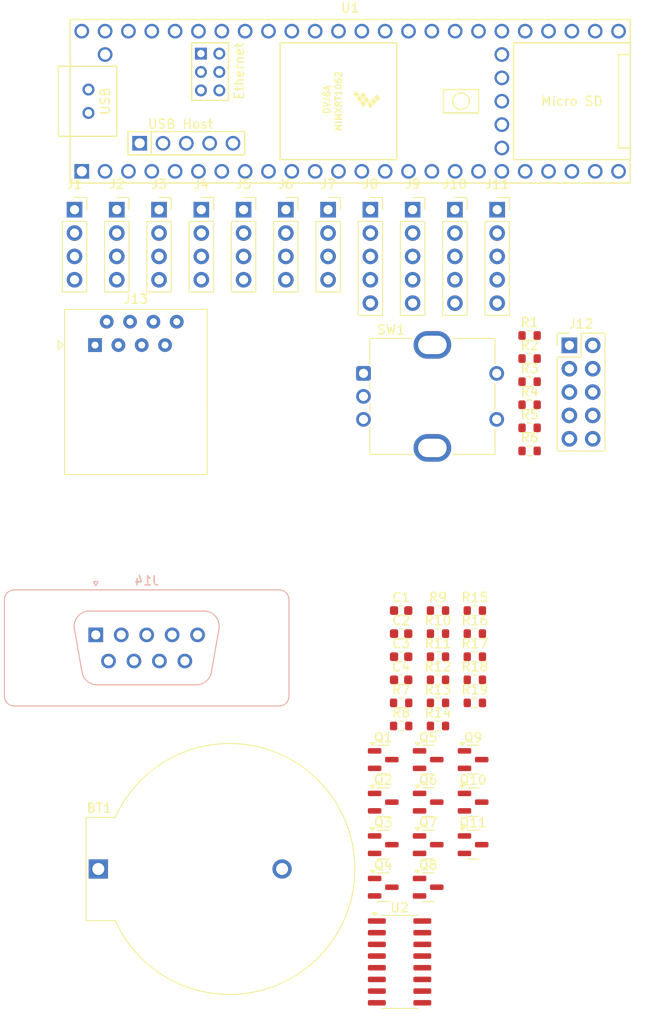
<source format=kicad_pcb>
(kicad_pcb (version 20240108) (generator "pcbnew") (generator_version "8.0")
  (layers (0 "F.Cu" signal) (31 "B.Cu" signal) (34 "B.Paste" user) (35 "F.Paste" user) (36 "B.SilkS" user "B.Silkscreen") (37 "F.SilkS" user "F.Silkscreen") (38 "B.Mask" user) (39 "F.Mask" user) (44 "Edge.Cuts" user))
  (net 0 "")
  (net 1 "/TX1")
  (net 2 "/RX1")
  (net 3 "GND")
  (net 4 "+5V")
  (net 5 "/RX2")
  (net 6 "/TX2")
  (net 7 "/RX3")
  (net 8 "/TX3")
  (net 9 "/RX4")
  (net 10 "/TX4")
  (net 11 "/SCL1")
  (net 12 "/SDA1")
  (net 13 "/SCL2")
  (net 14 "/SDA2")
  (net 15 "/SCL3")
  (net 16 "/SDA3")
  (net 17 "+12V")
  (net 18 "/SERVO1")
  (net 19 "Net-(BT1--)")
  (net 20 "/SERVO2")
  (net 21 "Net-(BT1-+)")
  (net 22 "/SERVO3")
  (net 23 "Net-(U2-C1+)")
  (net 24 "/SERVO4")
  (net 25 "Net-(U2-C1-)")
  (net 26 "Net-(U2-C2+)")
  (net 27 "Net-(U2-C2-)")
  (net 28 "Net-(U2-VS-)")
  (net 29 "Net-(U2-VS+)")
  (net 30 "Net-(J8-Pin_1)")
  (net 31 "Net-(J8-Pin_5)")
  (net 32 "Net-(J9-Pin_1)")
  (net 33 "Net-(J9-Pin_5)")
  (net 34 "Net-(J10-Pin_1)")
  (net 35 "Net-(J10-Pin_5)")
  (net 38 "+3V3")
  (net 42 "Net-(J11-Pin_1)")
  (net 43 "Net-(J11-Pin_5)")
  (net 44 "Net-(J12-Pin_1)")
  (net 113 "/FAN1")
  (net 114 "/FAN2")
  (net 115 "/FAN3")
  (net 116 "/FAN4")
  (net 117 "/HEATER")
  (net 118 "/SW1")
  (net 119 "/B")
  (net 120 "/A")
  (net 124 "/RX5")
  (net 127 "/TX5")
  (footprint "Resistor_SMD:R_0603_1608Metric" (layer "F.Cu") (at 74.205 149.855)
    (property "Reference" "R9" (at 0 -1.43 0) (layer "F.SilkS"))
    (property "Value" "5.1k")
    (pad "1" smd roundrect (at -0.825 0) (size 0.8 0.95) (layers "F.Cu" "F.Paste" "F.Mask") (net 38 "+3V3"))
    (pad "2" smd roundrect (at 0.825 0) (size 0.8 0.95) (layers "F.Cu" "F.Paste" "F.Mask") (net 20 "/SERVO2"))
  )
  (footprint "Resistor_SMD:R_0603_1608Metric" (layer "F.Cu") (at 84.175 129.99)
    (property "Reference" "R5" (at 0 -1.43 0) (layer "F.SilkS"))
    (property "Value" "5.1k")
    (pad "1" smd roundrect (at -0.825 0) (size 0.8 0.95) (layers "F.Cu" "F.Paste" "F.Mask"))
    (pad "2" smd roundrect (at 0.825 0) (size 0.8 0.95) (layers "F.Cu" "F.Paste" "F.Mask") (net 16 "/SDA3"))
  )
  (footprint "teensy:Teensy41" (layer "F.Cu") (at 64.645 94.48)
    (property "Reference" "U1" (at 0 -10.16 0) (layer "F.SilkS"))
    (property "Value" "Teensy4.1")
    (fp_text user "DVJ6A" (at -2.54 -0.18 -90) (layer "F.SilkS") (effects (font (size 0.7 0.7))))
    (fp_text user "USB" (at -26.67 0 -90) (layer "F.SilkS"))
    (fp_text user "Micro SD" (at 24.13 0 0) (layer "F.SilkS"))
    (fp_text user "Ethernet" (at -12.065 -3.2766 90) (layer "F.SilkS"))
    (fp_text user "MIMXRT1062" (at -1.27 0 -90) (layer "F.SilkS") (effects (font (size 0.7 0.7))))
    (fp_text user "USB Host" (at -18.4658 2.4892 0) (layer "F.SilkS"))
    (pad "1" thru_hole rect (at -29.21 7.62) (size 1.6 1.6) (drill 1.1) (layers "*.Cu" "*.Mask") (net 3 "GND"))
    (pad "2" thru_hole circle (at -26.67 7.62) (size 1.6 1.6) (drill 1.1) (layers "*.Cu" "*.Mask"))
    (pad "3" thru_hole circle (at -24.13 7.62) (size 1.6 1.6) (drill 1.1) (layers "*.Cu" "*.Mask"))
    (pad "4" thru_hole circle (at -21.59 7.62) (size 1.6 1.6) (drill 1.1) (layers "*.Cu" "*.Mask"))
    (pad "5" thru_hole circle (at -19.05 7.62) (size 1.6 1.6) (drill 1.1) (layers "*.Cu" "*.Mask"))
    (pad "6" thru_hole circle (at -16.51 7.62) (size 1.6 1.6) (drill 1.1) (layers "*.Cu" "*.Mask"))
    (pad "7" thru_hole circle (at -13.97 7.62) (size 1.6 1.6) (drill 1.1) (layers "*.Cu" "*.Mask"))
    (pad "8" thru_hole circle (at -11.43 7.62) (size 1.6 1.6) (drill 1.1) (layers "*.Cu" "*.Mask"))
    (pad "9" thru_hole circle (at -8.89 7.62) (size 1.6 1.6) (drill 1.1) (layers "*.Cu" "*.Mask"))
    (pad "10" thru_hole circle (at -6.35 7.62) (size 1.6 1.6) (drill 1.1) (layers "*.Cu" "*.Mask"))
    (pad "11" thru_hole circle (at -3.81 7.62) (size 1.6 1.6) (drill 1.1) (layers "*.Cu" "*.Mask"))
    (pad "12" thru_hole circle (at -1.27 7.62) (size 1.6 1.6) (drill 1.1) (layers "*.Cu" "*.Mask"))
    (pad "13" thru_hole circle (at 1.27 7.62) (size 1.6 1.6) (drill 1.1) (layers "*.Cu" "*.Mask"))
    (pad "14" thru_hole circle (at 3.81 7.62) (size 1.6 1.6) (drill 1.1) (layers "*.Cu" "*.Mask"))
    (pad "15" thru_hole circle (at 6.35 7.62) (size 1.6 1.6) (drill 1.1) (layers "*.Cu" "*.Mask") (net 38 "+3V3"))
    (pad "16" thru_hole circle (at 8.89 7.62) (size 1.6 1.6) (drill 1.1) (layers "*.Cu" "*.Mask"))
    (pad "17" thru_hole circle (at 11.43 7.62) (size 1.6 1.6) (drill 1.1) (layers "*.Cu" "*.Mask"))
    (pad "18" thru_hole circle (at 13.97 7.62) (size 1.6 1.6) (drill 1.1) (layers "*.Cu" "*.Mask"))
    (pad "19" thru_hole circle (at 16.51 7.62) (size 1.6 1.6) (drill 1.1) (layers "*.Cu" "*.Mask"))
    (pad "20" thru_hole circle (at 19.05 7.62) (size 1.6 1.6) (drill 1.1) (layers "*.Cu" "*.Mask"))
    (pad "21" thru_hole circle (at 21.59 7.62) (size 1.6 1.6) (drill 1.1) (layers "*.Cu" "*.Mask"))
    (pad "22" thru_hole circle (at 24.13 7.62) (size 1.6 1.6) (drill 1.1) (layers "*.Cu" "*.Mask"))
    (pad "23" thru_hole circle (at 26.67 7.62) (size 1.6 1.6) (drill 1.1) (layers "*.Cu" "*.Mask"))
    (pad "24" thru_hole circle (at 29.21 7.62) (size 1.6 1.6) (drill 1.1) (layers "*.Cu" "*.Mask"))
    (pad "25" thru_hole circle (at 29.21 -7.62) (size 1.6 1.6) (drill 1.1) (layers "*.Cu" "*.Mask"))
    (pad "26" thru_hole circle (at 26.67 -7.62) (size 1.6 1.6) (drill 1.1) (layers "*.Cu" "*.Mask"))
    (pad "27" thru_hole circle (at 24.13 -7.62) (size 1.6 1.6) (drill 1.1) (layers "*.Cu" "*.Mask"))
    (pad "28" thru_hole circle (at 21.59 -7.62) (size 1.6 1.6) (drill 1.1) (layers "*.Cu" "*.Mask"))
    (pad "29" thru_hole circle (at 19.05 -7.62) (size 1.6 1.6) (drill 1.1) (layers "*.Cu" "*.Mask"))
    (pad "30" thru_hole circle (at 16.51 -7.62) (size 1.6 1.6) (drill 1.1) (layers "*.Cu" "*.Mask"))
    (pad "31" thru_hole circle (at 13.97 -7.62) (size 1.6 1.6) (drill 1.1) (layers "*.Cu" "*.Mask"))
    (pad "32" thru_hole circle (at 11.43 -7.62) (size 1.6 1.6) (drill 1.1) (layers "*.Cu" "*.Mask"))
    (pad "33" thru_hole circle (at 8.89 -7.62) (size 1.6 1.6) (drill 1.1) (layers "*.Cu" "*.Mask"))
    (pad "34" thru_hole circle (at 6.35 -7.62) (size 1.6 1.6) (drill 1.1) (layers "*.Cu" "*.Mask") (net 3 "GND"))
    (pad "35" thru_hole circle (at 3.81 -7.62) (size 1.6 1.6) (drill 1.1) (layers "*.Cu" "*.Mask"))
    (pad "36" thru_hole circle (at 1.27 -7.62) (size 1.6 1.6) (drill 1.1) (layers "*.Cu" "*.Mask"))
    (pad "37" thru_hole circle (at -1.27 -7.62) (size 1.6 1.6) (drill 1.1) (layers "*.Cu" "*.Mask"))
    (pad "38" thru_hole circle (at -3.81 -7.62) (size 1.6 1.6) (drill 1.1) (layers "*.Cu" "*.Mask"))
    (pad "39" thru_hole circle (at -6.35 -7.62) (size 1.6 1.6) (drill 1.1) (layers "*.Cu" "*.Mask"))
    (pad "40" thru_hole circle (at -8.89 -7.62) (size 1.6 1.6) (drill 1.1) (layers "*.Cu" "*.Mask"))
    (pad "41" thru_hole circle (at -11.43 -7.62) (size 1.6 1.6) (drill 1.1) (layers "*.Cu" "*.Mask"))
    (pad "42" thru_hole circle (at -13.97 -7.62) (size 1.6 1.6) (drill 1.1) (layers "*.Cu" "*.Mask"))
    (pad "43" thru_hole circle (at -16.51 -7.62) (size 1.6 1.6) (drill 1.1) (layers "*.Cu" "*.Mask"))
    (pad "44" thru_hole circle (at -19.05 -7.62) (size 1.6 1.6) (drill 1.1) (layers "*.Cu" "*.Mask"))
    (pad "45" thru_hole circle (at -21.59 -7.62) (size 1.6 1.6) (drill 1.1) (layers "*.Cu" "*.Mask"))
    (pad "46" thru_hole circle (at -24.13 -7.62) (size 1.6 1.6) (drill 1.1) (layers "*.Cu" "*.Mask") (net 38 "+3V3"))
    (pad "47" thru_hole circle (at -26.67 -7.62) (size 1.6 1.6) (drill 1.1) (layers "*.Cu" "*.Mask") (net 3 "GND"))
    (pad "48" thru_hole circle (at -29.21 -7.62) (size 1.6 1.6) (drill 1.1) (layers "*.Cu" "*.Mask") (net 4 "+5V"))
    (pad "49" thru_hole circle (at -26.67 -5.08) (size 1.6 1.6) (drill 1.1) (layers "*.Cu" "*.Mask"))
    (pad "50" thru_hole circle (at 16.51 5.08) (size 1.6 1.6) (drill 1.1) (layers "*.Cu" "*.Mask") (net 21 "Net-(BT1-+)"))
    (pad "51" thru_hole circle (at 16.51 2.54) (size 1.6 1.6) (drill 1.1) (layers "*.Cu" "*.Mask"))
    (pad "52" thru_hole circle (at 16.51 0) (size 1.6 1.6) (drill 1.1) (layers "*.Cu" "*.Mask") (net 19 "Net-(BT1--)"))
    (pad "53" thru_hole circle (at 16.51 -2.54) (size 1.6 1.6) (drill 1.1) (layers "*.Cu" "*.Mask"))
    (pad "54" thru_hole circle (at 16.51 -5.08) (size 1.6 1.6) (drill 1.1) (layers "*.Cu" "*.Mask"))
    (pad "55" thru_hole rect (at -22.9108 4.5692) (size 1.6 1.6) (drill 1.1) (layers "*.Cu" "*.Mask"))
    (pad "56" thru_hole circle (at -20.3708 4.5692) (size 1.6 1.6) (drill 1.1) (layers "*.Cu" "*.Mask"))
    (pad "57" thru_hole circle (at -17.8308 4.5692) (size 1.6 1.6) (drill 1.1) (layers "*.Cu" "*.Mask"))
    (pad "58" thru_hole circle (at -15.2908 4.5692) (size 1.6 1.6) (drill 1.1) (layers "*.Cu" "*.Mask"))
    (pad "59" thru_hole circle (at -12.7508 4.5692) (size 1.6 1.6) (drill 1.1) (layers "*.Cu" "*.Mask"))
    (pad "60" thru_hole rect (at -16.24 -5.1816) (size 1.3 1.3) (drill 0.8) (layers "*.Cu" "*.Mask"))
    (pad "61" thru_hole circle (at -16.24 -3.1816) (size 1.3 1.3) (drill 0.8) (layers "*.Cu" "*.Mask"))
    (pad "62" thru_hole circle (at -16.24 -1.1816) (size 1.3 1.3) (drill 0.8) (layers "*.Cu" "*.Mask"))
    (pad "63" thru_hole circle (at -14.24 -1.1816) (size 1.3 1.3) (drill 0.8) (layers "*.Cu" "*.Mask"))
    (pad "64" thru_hole circle (at -14.24 -3.1816) (size 1.3 1.3) (drill 0.8) (layers "*.Cu" "*.Mask"))
    (pad "65" thru_hole circle (at -14.24 -5.1816) (size 1.3 1.3) (drill 0.8) (layers "*.Cu" "*.Mask"))
    (pad "66" thru_hole circle (at -28.48 -1.27) (size 1.3 1.3) (drill 0.8) (layers "*.Cu" "*.Mask"))
    (pad "67" thru_hole circle (at -28.48 1.27) (size 1.3 1.3) (drill 0.8) (layers "*.Cu" "*.Mask"))
  )
  (footprint "Package_TO_SOT_SMD:SOT-23" (layer "F.Cu") (at 73.135 166.06)
    (property "Reference" "Q5" (at 0 -2.4 0) (layer "F.SilkS"))
    (property "Value" "Q_NMOS_GSD")
    (pad "1" smd roundrect (at -0.9375 -0.95) (size 1.475 0.6) (layers "F.Cu" "F.Paste" "F.Mask") (net 113 "/FAN1"))
    (pad "2" smd roundrect (at -0.9375 0.95) (size 1.475 0.6) (layers "F.Cu" "F.Paste" "F.Mask") (net 3 "GND"))
    (pad "3" smd roundrect (at 0.9375 0) (size 1.475 0.6) (layers "F.Cu" "F.Paste" "F.Mask") (net 31 "Net-(J8-Pin_5)"))
  )
  (footprint "Package_TO_SOT_SMD:SOT-23" (layer "F.Cu") (at 78.025 170.685)
    (property "Reference" "Q10" (at 0 -2.4 0) (layer "F.SilkS"))
    (property "Value" "Q_NMOS_GSD")
    (pad "1" smd roundrect (at -0.9375 -0.95) (size 1.475 0.6) (layers "F.Cu" "F.Paste" "F.Mask") (net 117 "/HEATER"))
    (pad "2" smd roundrect (at -0.9375 0.95) (size 1.475 0.6) (layers "F.Cu" "F.Paste" "F.Mask") (net 3 "GND"))
    (pad "3" smd roundrect (at 0.9375 0) (size 1.475 0.6) (layers "F.Cu" "F.Paste" "F.Mask") (net 44 "Net-(J12-Pin_1)"))
  )
  (footprint "Package_TO_SOT_SMD:SOT-23" (layer "F.Cu") (at 68.245 170.685)
    (property "Reference" "Q2" (at 0 -2.4 0) (layer "F.SilkS"))
    (property "Value" "Q_NMOS_GSD")
    (pad "1" smd roundrect (at -0.9375 -0.95) (size 1.475 0.6) (layers "F.Cu" "F.Paste" "F.Mask") (net 38 "+3V3"))
    (pad "2" smd roundrect (at -0.9375 0.95) (size 1.475 0.6) (layers "F.Cu" "F.Paste" "F.Mask") (net 20 "/SERVO2"))
    (pad "3" smd roundrect (at 0.9375 0) (size 1.475 0.6) (layers "F.Cu" "F.Paste" "F.Mask") (net 32 "Net-(J9-Pin_1)"))
  )
  (footprint "Resistor_SMD:R_0603_1608Metric" (layer "F.Cu") (at 84.175 124.97)
    (property "Reference" "R3" (at 0 -1.43 0) (layer "F.SilkS"))
    (property "Value" "5.1k")
    (pad "1" smd roundrect (at -0.825 0) (size 0.8 0.95) (layers "F.Cu" "F.Paste" "F.Mask") (net 38 "+3V3"))
    (pad "2" smd roundrect (at 0.825 0) (size 0.8 0.95) (layers "F.Cu" "F.Paste" "F.Mask") (net 14 "/SDA2"))
  )
  (footprint "Resistor_SMD:R_0603_1608Metric" (layer "F.Cu") (at 84.175 122.46)
    (property "Reference" "R2" (at 0 -1.43 0) (layer "F.SilkS"))
    (property "Value" "5.1k")
    (pad "1" smd roundrect (at -0.825 0) (size 0.8 0.95) (layers "F.Cu" "F.Paste" "F.Mask") (net 38 "+3V3"))
    (pad "2" smd roundrect (at 0.825 0) (size 0.8 0.95) (layers "F.Cu" "F.Paste" "F.Mask") (net 11 "/SCL1"))
  )
  (footprint "Resistor_SMD:R_0603_1608Metric" (layer "F.Cu") (at 70.195 159.895)
    (property "Reference" "R7" (at 0 -1.43 0) (layer "F.SilkS"))
    (property "Value" "5.1k")
    (pad "1" smd roundrect (at -0.825 0) (size 0.8 0.95) (layers "F.Cu" "F.Paste" "F.Mask") (net 4 "+5V"))
    (pad "2" smd roundrect (at 0.825 0) (size 0.8 0.95) (layers "F.Cu" "F.Paste" "F.Mask") (net 30 "Net-(J8-Pin_1)"))
  )
  (footprint "Resistor_SMD:R_0603_1608Metric" (layer "F.Cu") (at 74.205 157.385)
    (property "Reference" "R12" (at 0 -1.43 0) (layer "F.SilkS"))
    (property "Value" "5.1k")
    (pad "1" smd roundrect (at -0.825 0) (size 0.8 0.95) (layers "F.Cu" "F.Paste" "F.Mask") (net 4 "+5V"))
    (pad "2" smd roundrect (at 0.825 0) (size 0.8 0.95) (layers "F.Cu" "F.Paste" "F.Mask") (net 34 "Net-(J10-Pin_1)"))
  )
  (footprint "Package_TO_SOT_SMD:SOT-23" (layer "F.Cu") (at 68.245 175.31)
    (property "Reference" "Q3" (at 0 -2.4 0) (layer "F.SilkS"))
    (property "Value" "Q_NMOS_GSD")
    (pad "1" smd roundrect (at -0.9375 -0.95) (size 1.475 0.6) (layers "F.Cu" "F.Paste" "F.Mask") (net 38 "+3V3"))
    (pad "2" smd roundrect (at -0.9375 0.95) (size 1.475 0.6) (layers "F.Cu" "F.Paste" "F.Mask") (net 22 "/SERVO3"))
    (pad "3" smd roundrect (at 0.9375 0) (size 1.475 0.6) (layers "F.Cu" "F.Paste" "F.Mask") (net 34 "Net-(J10-Pin_1)"))
  )
  (footprint "Capacitor_SMD:C_0603_1608Metric" (layer "F.Cu") (at 70.195 152.365)
    (property "Reference" "C2" (at 0 -1.43 0) (layer "F.SilkS"))
    (property "Value" "C")
    (pad "1" smd roundrect (at -0.775 0) (size 0.9 0.95) (layers "F.Cu" "F.Paste" "F.Mask") (net 26 "Net-(U2-C2+)"))
    (pad "2" smd roundrect (at 0.775 0) (size 0.9 0.95) (layers "F.Cu" "F.Paste" "F.Mask") (net 27 "Net-(U2-C2-)"))
  )
  (footprint "Connector_RJ:RJ45_Amphenol_54602-x08_Horizontal" (layer "F.Cu") (at 36.88 120.99)
    (property "Reference" "J13" (at 4.445 -5 0) (layer "F.SilkS"))
    (property "Value" "RJ45")
    (pad "" np_thru_hole circle (at -1.27 6.35) (size 3.2 3.2) (drill 3.2) (layers "*.Cu" "*.Mask"))
    (pad "" np_thru_hole circle (at 10.16 6.35) (size 3.2 3.2) (drill 3.2) (layers "*.Cu" "*.Mask"))
    (pad "1" thru_hole rect (at 0 0) (size 1.5 1.5) (drill 0.76) (layers "*.Cu" "*.Mask") (net 3 "GND"))
    (pad "2" thru_hole circle (at 1.27 -2.54) (size 1.5 1.5) (drill 0.76) (layers "*.Cu" "*.Mask"))
    (pad "3" thru_hole circle (at 2.54 0) (size 1.5 1.5) (drill 0.76) (layers "*.Cu" "*.Mask") (net 15 "/SCL3"))
    (pad "4" thru_hole circle (at 3.81 -2.54) (size 1.5 1.5) (drill 0.76) (layers "*.Cu" "*.Mask"))
    (pad "5" thru_hole circle (at 5.08 0) (size 1.5 1.5) (drill 0.76) (layers "*.Cu" "*.Mask") (net 38 "+3V3"))
    (pad "6" thru_hole circle (at 6.35 -2.54) (size 1.5 1.5) (drill 0.76) (layers "*.Cu" "*.Mask"))
    (pad "7" thru_hole circle (at 7.62 0) (size 1.5 1.5) (drill 0.76) (layers "*.Cu" "*.Mask") (net 16 "/SDA3"))
    (pad "8" thru_hole circle (at 8.89 -2.54) (size 1.5 1.5) (drill 0.76) (layers "*.Cu" "*.Mask"))
  )
  (footprint "Package_TO_SOT_SMD:SOT-23" (layer "F.Cu") (at 78.025 175.31)
    (property "Reference" "Q11" (at 0 -2.4 0) (layer "F.SilkS"))
    (property "Value" "Q_NMOS_GSD")
    (pad "1" smd roundrect (at -0.9375 -0.95) (size 1.475 0.6) (layers "F.Cu" "F.Paste" "F.Mask") (net 117 "/HEATER"))
    (pad "2" smd roundrect (at -0.9375 0.95) (size 1.475 0.6) (layers "F.Cu" "F.Paste" "F.Mask") (net 3 "GND"))
    (pad "3" smd roundrect (at 0.9375 0) (size 1.475 0.6) (layers "F.Cu" "F.Paste" "F.Mask") (net 44 "Net-(J12-Pin_1)"))
  )
  (footprint "Resistor_SMD:R_0603_1608Metric" (layer "F.Cu") (at 78.215 152.365)
    (property "Reference" "R16" (at 0 -1.43 0) (layer "F.SilkS"))
    (property "Value" "5.1k")
    (pad "1" smd roundrect (at -0.825 0) (size 0.8 0.95) (layers "F.Cu" "F.Paste" "F.Mask") (net 3 "GND"))
    (pad "2" smd roundrect (at 0.825 0) (size 0.8 0.95) (layers "F.Cu" "F.Paste" "F.Mask") (net 114 "/FAN2"))
  )
  (footprint "Resistor_SMD:R_0603_1608Metric" (layer "F.Cu") (at 74.205 159.895)
    (property "Reference" "R13" (at 0 -1.43 0) (layer "F.SilkS"))
    (property "Value" "5.1k")
    (pad "1" smd roundrect (at -0.825 0) (size 0.8 0.95) (layers "F.Cu" "F.Paste" "F.Mask") (net 38 "+3V3"))
    (pad "2" smd roundrect (at 0.825 0) (size 0.8 0.95) (layers "F.Cu" "F.Paste" "F.Mask") (net 24 "/SERVO4"))
  )
  (footprint "Resistor_SMD:R_0603_1608Metric" (layer "F.Cu") (at 74.205 152.365)
    (property "Reference" "R10" (at 0 -1.43 0) (layer "F.SilkS"))
    (property "Value" "5.1k")
    (pad "1" smd roundrect (at -0.825 0) (size 0.8 0.95) (layers "F.Cu" "F.Paste" "F.Mask") (net 4 "+5V"))
    (pad "2" smd roundrect (at 0.825 0) (size 0.8 0.95) (layers "F.Cu" "F.Paste" "F.Mask") (net 32 "Net-(J9-Pin_1)"))
  )
  (footprint "Capacitor_SMD:C_0603_1608Metric" (layer "F.Cu") (at 70.195 154.875)
    (property "Reference" "C3" (at 0 -1.43 0) (layer "F.SilkS"))
    (property "Value" "C")
    (pad "1" smd roundrect (at -0.775 0) (size 0.9 0.95) (layers "F.Cu" "F.Paste" "F.Mask") (net 28 "Net-(U2-VS-)"))
    (pad "2" smd roundrect (at 0.775 0) (size 0.9 0.95) (layers "F.Cu" "F.Paste" "F.Mask") (net 3 "GND"))
  )
  (footprint "Connector_PinSocket_2.54mm:PinSocket_1x04_P2.54mm_Vertical" (layer "F.Cu") (at 34.645 106.27)
    (property "Reference" "J1" (at 0 -2.77 0) (layer "F.SilkS"))
    (property "Value" "Conn_01x05")
    (pad "1" thru_hole rect (at 0 0) (size 1.7 1.7) (drill 1) (layers "*.Cu" "*.Mask") (net 2 "/RX1"))
    (pad "2" thru_hole oval (at 0 2.54) (size 1.7 1.7) (drill 1) (layers "*.Cu" "*.Mask") (net 1 "/TX1"))
    (pad "3" thru_hole oval (at 0 5.08) (size 1.7 1.7) (drill 1) (layers "*.Cu" "*.Mask") (net 4 "+5V"))
    (pad "4" thru_hole oval (at 0 7.62) (size 1.7 1.7) (drill 1) (layers "*.Cu" "*.Mask") (net 3 "GND"))
  )
  (footprint "Package_SO:SOIC-16_3.9x9.9mm_P1.27mm" (layer "F.Cu") (at 70.025 188.055)
    (property "Reference" "U2" (at 0 -5.9 0) (layer "F.SilkS"))
    (property "Value" "MAX3232")
    (pad "1" smd roundrect (at -2.475 -4.445) (size 1.95 0.6) (layers "F.Cu" "F.Paste" "F.Mask") (net 23 "Net-(U2-C1+)"))
    (pad "2" smd roundrect (at -2.475 -3.175) (size 1.95 0.6) (layers "F.Cu" "F.Paste" "F.Mask") (net 29 "Net-(U2-VS+)"))
    (pad "3" smd roundrect (at -2.475 -1.905) (size 1.95 0.6) (layers "F.Cu" "F.Paste" "F.Mask") (net 25 "Net-(U2-C1-)"))
    (pad "4" smd roundrect (at -2.475 -0.635) (size 1.95 0.6) (layers "F.Cu" "F.Paste" "F.Mask") (net 26 "Net-(U2-C2+)"))
    (pad "5" smd roundrect (at -2.475 0.635) (size 1.95 0.6) (layers "F.Cu" "F.Paste" "F.Mask") (net 27 "Net-(U2-C2-)"))
    (pad "6" smd roundrect (at -2.475 1.905) (size 1.95 0.6) (layers "F.Cu" "F.Paste" "F.Mask") (net 28 "Net-(U2-VS-)"))
    (pad "7" smd roundrect (at -2.475 3.175) (size 1.95 0.6) (layers "F.Cu" "F.Paste" "F.Mask"))
    (pad "8" smd roundrect (at -2.475 4.445) (size 1.95 0.6) (layers "F.Cu" "F.Paste" "F.Mask"))
    (pad "9" smd roundrect (at 2.475 4.445) (size 1.95 0.6) (layers "F.Cu" "F.Paste" "F.Mask"))
    (pad "10" smd roundrect (at 2.475 3.175) (size 1.95 0.6) (layers "F.Cu" "F.Paste" "F.Mask"))
    (pad "11" smd roundrect (at 2.475 1.905) (size 1.95 0.6) (layers "F.Cu" "F.Paste" "F.Mask") (net 127 "/TX5"))
    (pad "12" smd roundrect (at 2.475 0.635) (size 1.95 0.6) (layers "F.Cu" "F.Paste" "F.Mask") (net 124 "/RX5"))
    (pad "13" smd roundrect (at 2.475 -0.635) (size 1.95 0.6) (layers "F.Cu" "F.Paste" "F.Mask"))
    (pad "14" smd roundrect (at 2.475 -1.905) (size 1.95 0.6) (layers "F.Cu" "F.Paste" "F.Mask"))
    (pad "15" smd roundrect (at 2.475 -3.175) (size 1.95 0.6) (layers "F.Cu" "F.Paste" "F.Mask") (net 3 "GND"))
    (pad "16" smd roundrect (at 2.475 -4.445) (size 1.95 0.6) (layers "F.Cu" "F.Paste" "F.Mask") (net 38 "+3V3"))
  )
  (footprint "Capacitor_SMD:C_0603_1608Metric" (layer "F.Cu") (at 70.195 157.385)
    (property "Reference" "C4" (at 0 -1.43 0) (layer "F.SilkS"))
    (property "Value" "C")
    (pad "1" smd roundrect (at -0.775 0) (size 0.9 0.95) (layers "F.Cu" "F.Paste" "F.Mask") (net 29 "Net-(U2-VS+)"))
    (pad "2" smd roundrect (at 0.775 0) (size 0.9 0.95) (layers "F.Cu" "F.Paste" "F.Mask") (net 3 "GND"))
  )
  (footprint "Package_TO_SOT_SMD:SOT-23" (layer "F.Cu") (at 73.135 170.685)
    (property "Reference" "Q6" (at 0 -2.4 0) (layer "F.SilkS"))
    (property "Value" "Q_NMOS_GSD")
    (pad "1" smd roundrect (at -0.9375 -0.95) (size 1.475 0.6) (layers "F.Cu" "F.Paste" "F.Mask") (net 114 "/FAN2"))
    (pad "2" smd roundrect (at -0.9375 0.95) (size 1.475 0.6) (layers "F.Cu" "F.Paste" "F.Mask") (net 3 "GND"))
    (pad "3" smd roundrect (at 0.9375 0) (size 1.475 0.6) (layers "F.Cu" "F.Paste" "F.Mask") (net 33 "Net-(J9-Pin_5)"))
  )
  (footprint "Connector_PinSocket_2.54mm:PinSocket_1x04_P2.54mm_Vertical" (layer "F.Cu") (at 57.645 106.27)
    (property "Reference" "J6" (at 0 -2.77 0) (layer "F.SilkS"))
    (property "Value" "Conn_01x05")
    (pad "1" thru_hole rect (at 0 0) (size 1.7 1.7) (drill 1) (layers "*.Cu" "*.Mask") (net 14 "/SDA2"))
    (pad "2" thru_hole oval (at 0 2.54) (size 1.7 1.7) (drill 1) (layers "*.Cu" "*.Mask") (net 13 "/SCL2"))
    (pad "3" thru_hole oval (at 0 5.08) (size 1.7 1.7) (drill 1) (layers "*.Cu" "*.Mask") (net 4 "+5V"))
    (pad "4" thru_hole oval (at 0 7.62) (size 1.7 1.7) (drill 1) (layers "*.Cu" "*.Mask") (net 3 "GND"))
  )
  (footprint "Package_TO_SOT_SMD:SOT-23" (layer "F.Cu") (at 78.025 166.06)
    (property "Reference" "Q9" (at 0 -2.4 0) (layer "F.SilkS"))
    (property "Value" "Q_NMOS_GSD")
    (pad "1" smd roundrect (at -0.9375 -0.95) (size 1.475 0.6) (layers "F.Cu" "F.Paste" "F.Mask") (net 117 "/HEATER"))
    (pad "2" smd roundrect (at -0.9375 0.95) (size 1.475 0.6) (layers "F.Cu" "F.Paste" "F.Mask") (net 3 "GND"))
    (pad "3" smd roundrect (at 0.9375 0) (size 1.475 0.6) (layers "F.Cu" "F.Paste" "F.Mask") (net 44 "Net-(J12-Pin_1)"))
  )
  (footprint "Resistor_SMD:R_0603_1608Metric" (layer "F.Cu") (at 74.205 162.405)
    (property "Reference" "R14" (at 0 -1.43 0) (layer "F.SilkS"))
    (property "Value" "5.1k")
    (pad "1" smd roundrect (at -0.825 0) (size 0.8 0.95) (layers "F.Cu" "F.Paste" "F.Mask") (net 4 "+5V"))
    (pad "2" smd roundrect (at 0.825 0) (size 0.8 0.95) (layers "F.Cu" "F.Paste" "F.Mask") (net 42 "Net-(J11-Pin_1)"))
  )
  (footprint "Connector_PinSocket_2.54mm:PinSocket_1x05_P2.54mm_Vertical" (layer "F.Cu") (at 71.445 106.27)
    (property "Reference" "J9" (at 0 -2.77 0) (layer "F.SilkS"))
    (property "Value" "Conn_01x05")
    (pad "1" thru_hole rect (at 0 0) (size 1.7 1.7) (drill 1) (layers "*.Cu" "*.Mask") (net 32 "Net-(J9-Pin_1)"))
    (pad "2" thru_hole oval (at 0 2.54) (size 1.7 1.7) (drill 1) (layers "*.Cu" "*.Mask") (net 4 "+5V"))
    (pad "3" thru_hole oval (at 0 5.08) (size 1.7 1.7) (drill 1) (layers "*.Cu" "*.Mask") (net 3 "GND"))
    (pad "4" thru_hole oval (at 0 7.62) (size 1.7 1.7) (drill 1) (layers "*.Cu" "*.Mask") (net 17 "+12V"))
    (pad "5" thru_hole oval (at 0 10.16) (size 1.7 1.7) (drill 1) (layers "*.Cu" "*.Mask") (net 33 "Net-(J9-Pin_5)"))
  )
  (footprint "Connector_PinHeader_2.54mm:PinHeader_2x05_P2.54mm_Vertical" (layer "F.Cu") (at 88.505 121.02)
    (property "Reference" "J12" (at 1.27 -2.33 0) (layer "F.SilkS"))
    (property "Value" "Conn_02x05_Top_Bottom")
    (pad "1" thru_hole rect (at 0 0) (size 1.7 1.7) (drill 1) (layers "*.Cu" "*.Mask") (net 44 "Net-(J12-Pin_1)"))
    (pad "2" thru_hole oval (at 2.54 0) (size 1.7 1.7) (drill 1) (layers "*.Cu" "*.Mask") (net 44 "Net-(J12-Pin_1)"))
    (pad "3" thru_hole oval (at 0 2.54) (size 1.7 1.7) (drill 1) (layers "*.Cu" "*.Mask") (net 44 "Net-(J12-Pin_1)"))
    (pad "4" thru_hole oval (at 2.54 2.54) (size 1.7 1.7) (drill 1) (layers "*.Cu" "*.Mask") (net 44 "Net-(J12-Pin_1)"))
    (pad "5" thru_hole oval (at 0 5.08) (size 1.7 1.7) (drill 1) (layers "*.Cu" "*.Mask") (net 44 "Net-(J12-Pin_1)"))
    (pad "6" thru_hole oval (at 2.54 5.08) (size 1.7 1.7) (drill 1) (layers "*.Cu" "*.Mask") (net 17 "+12V"))
    (pad "7" thru_hole oval (at 0 7.62) (size 1.7 1.7) (drill 1) (layers "*.Cu" "*.Mask") (net 17 "+12V"))
    (pad "8" thru_hole oval (at 2.54 7.62) (size 1.7 1.7) (drill 1) (layers "*.Cu" "*.Mask") (net 17 "+12V"))
    (pad "9" thru_hole oval (at 0 10.16) (size 1.7 1.7) (drill 1) (layers "*.Cu" "*.Mask") (net 17 "+12V"))
    (pad "10" thru_hole oval (at 2.54 10.16) (size 1.7 1.7) (drill 1) (layers "*.Cu" "*.Mask") (net 17 "+12V"))
  )
  (footprint "Rotary_Encoder:RotaryEncoder_Bourns_Vertical_PEC12R-3x17F-Sxxxx" (layer "F.Cu") (at 66.095 124.07)
    (property "Reference" "SW1" (at 3 -4.75 180) (layer "F.SilkS"))
    (property "Value" "RotaryEncoder_Switch")
    (pad "A" thru_hole roundrect (at 0 0) (size 1.6 1.6) (drill 1) (layers "*.Cu" "*.Mask") (roundrect_rratio 0.15625) (net 120 "/A"))
    (pad "B" thru_hole circle (at 0 5) (size 1.6 1.6) (drill 1) (layers "*.Cu" "*.Mask") (net 119 "/B"))
    (pad "C" thru_hole circle (at 0 2.5) (size 1.6 1.6) (drill 1) (layers "*.Cu" "*.Mask") (net 3 "GND"))
    (pad "S1" thru_hole circle (at 14.5 0) (size 1.6 1.6) (drill 1) (layers "*.Cu" "*.Mask") (net 118 "/SW1"))
    (pad "S2" thru_hole circle (at 14.5 5) (size 1.6 1.6) (drill 1) (layers "*.Cu" "*.Mask") (net 3 "GND"))
    (pad "SH" thru_hole oval (at 7.5 -3.1) (size 4.1 3) (drill oval 3.1 2) (layers "*.Cu" "*.Mask"))
    (pad "SH" thru_hole oval (at 7.5 8.1) (size 4.1 3) (drill oval 3.1 2) (layers "*.Cu" "*.Mask"))
  )
  (footprint "Connector_PinSocket_2.54mm:PinSocket_1x04_P2.54mm_Vertical" (layer "F.Cu") (at 43.845 106.27)
    (property "Reference" "J3" (at 0 -2.77 0) (layer "F.SilkS"))
    (property "Value" "Conn_01x05")
    (pad "1" thru_hole rect (at 0 0) (size 1.7 1.7) (drill 1) (layers "*.Cu" "*.Mask") (net 7 "/RX3"))
    (pad "2" thru_hole oval (at 0 2.54) (size 1.7 1.7) (drill 1) (layers "*.Cu" "*.Mask") (net 8 "/TX3"))
    (pad "3" thru_hole oval (at 0 5.08) (size 1.7 1.7) (drill 1) (layers "*.Cu" "*.Mask") (net 4 "+5V"))
    (pad "4" thru_hole oval (at 0 7.62) (size 1.7 1.7) (drill 1) (layers "*.Cu" "*.Mask") (net 3 "GND"))
  )
  (footprint "Resistor_SMD:R_0603_1608Metric" (layer "F.Cu") (at 78.215 149.855)
    (property "Reference" "R15" (at 0 -1.43 0) (layer "F.SilkS"))
    (property "Value" "5.1k")
    (pad "1" smd roundrect (at -0.825 0) (size 0.8 0.95) (layers "F.Cu" "F.Paste" "F.Mask") (net 3 "GND"))
    (pad "2" smd roundrect (at 0.825 0) (size 0.8 0.95) (layers "F.Cu" "F.Paste" "F.Mask") (net 113 "/FAN1"))
  )
  (footprint "Package_TO_SOT_SMD:SOT-23" (layer "F.Cu") (at 68.245 166.06)
    (property "Reference" "Q1" (at 0 -2.4 0) (layer "F.SilkS"))
    (property "Value" "Q_NMOS_GSD")
    (pad "1" smd roundrect (at -0.9375 -0.95) (size 1.475 0.6) (layers "F.Cu" "F.Paste" "F.Mask") (net 38 "+3V3"))
    (pad "2" smd roundrect (at -0.9375 0.95) (size 1.475 0.6) (layers "F.Cu" "F.Paste" "F.Mask") (net 18 "/SERVO1"))
    (pad "3" smd roundrect (at 0.9375 0) (size 1.475 0.6) (layers "F.Cu" "F.Paste" "F.Mask") (net 30 "Net-(J8-Pin_1)"))
  )
  (footprint "Connector_PinSocket_2.54mm:PinSocket_1x04_P2.54mm_Vertical" (layer "F.Cu") (at 48.445 106.27)
    (property "Reference" "J4" (at 0 -2.77 0) (layer "F.SilkS"))
    (property "Value" "Conn_01x05")
    (pad "1" thru_hole rect (at 0 0) (size 1.7 1.7) (drill 1) (layers "*.Cu" "*.Mask") (net 9 "/RX4"))
    (pad "2" thru_hole oval (at 0 2.54) (size 1.7 1.7) (drill 1) (layers "*.Cu" "*.Mask") (net 10 "/TX4"))
    (pad "3" thru_hole oval (at 0 5.08) (size 1.7 1.7) (drill 1) (layers "*.Cu" "*.Mask") (net 4 "+5V"))
    (pad "4" thru_hole oval (at 0 7.62) (size 1.7 1.7) (drill 1) (layers "*.Cu" "*.Mask") (net 3 "GND"))
  )
  (footprint "Resistor_SMD:R_0603_1608Metric" (layer "F.Cu") (at 74.205 154.875)
    (property "Reference" "R11" (at 0 -1.43 0) (layer "F.SilkS"))
    (property "Value" "5.1k")
    (pad "1" smd roundrect (at -0.825 0) (size 0.8 0.95) (layers "F.Cu" "F.Paste" "F.Mask") (net 38 "+3V3"))
    (pad "2" smd roundrect (at 0.825 0) (size 0.8 0.95) (layers "F.Cu" "F.Paste" "F.Mask") (net 22 "/SERVO3"))
  )
  (footprint "Resistor_SMD:R_0603_1608Metric" (layer "F.Cu") (at 70.195 162.405)
    (property "Reference" "R8" (at 0 -1.43 0) (layer "F.SilkS"))
    (property "Value" "5.1k")
    (pad "1" smd roundrect (at -0.825 0) (size 0.8 0.95) (layers "F.Cu" "F.Paste" "F.Mask") (net 38 "+3V3"))
    (pad "2" smd roundrect (at 0.825 0) (size 0.8 0.95) (layers "F.Cu" "F.Paste" "F.Mask") (net 18 "/SERVO1"))
  )
  (footprint "Connector_PinSocket_2.54mm:PinSocket_1x04_P2.54mm_Vertical" (layer "F.Cu") (at 53.045 106.27)
    (property "Reference" "J5" (at 0 -2.77 0) (layer "F.SilkS"))
    (property "Value" "Conn_01x05")
    (pad "1" thru_hole rect (at 0 0) (size 1.7 1.7) (drill 1) (layers "*.Cu" "*.Mask") (net 12 "/SDA1"))
    (pad "2" thru_hole oval (at 0 2.54) (size 1.7 1.7) (drill 1) (layers "*.Cu" "*.Mask") (net 11 "/SCL1"))
    (pad "3" thru_hole oval (at 0 5.08) (size 1.7 1.7) (drill 1) (layers "*.Cu" "*.Mask") (net 4 "+5V"))
    (pad "4" thru_hole oval (at 0 7.62) (size 1.7 1.7) (drill 1) (layers "*.Cu" "*.Mask") (net 3 "GND"))
  )
  (footprint "Resistor_SMD:R_0603_1608Metric" (layer "F.Cu") (at 84.175 119.95)
    (property "Reference" "R1" (at 0 -1.43 0) (layer "F.SilkS"))
    (property "Value" "5.1k")
    (pad "1" smd roundrect (at -0.825 0) (size 0.8 0.95) (layers "F.Cu" "F.Paste" "F.Mask") (net 38 "+3V3"))
    (pad "2" smd roundrect (at 0.825 0) (size 0.8 0.95) (layers "F.Cu" "F.Paste" "F.Mask") (net 12 "/SDA1"))
  )
  (footprint "Connector_PinSocket_2.54mm:PinSocket_1x04_P2.54mm_Vertical" (layer "F.Cu") (at 39.245 106.27)
    (property "Reference" "J2" (at 0 -2.77 0) (layer "F.SilkS"))
    (property "Value" "Conn_01x05")
    (pad "1" thru_hole rect (at 0 0) (size 1.7 1.7) (drill 1) (layers "*.Cu" "*.Mask") (net 5 "/RX2"))
    (pad "2" thru_hole oval (at 0 2.54) (size 1.7 1.7) (drill 1) (layers "*.Cu" "*.Mask") (net 6 "/TX2"))
    (pad "3" thru_hole oval (at 0 5.08) (size 1.7 1.7) (drill 1) (layers "*.Cu" "*.Mask") (net 4 "+5V"))
    (pad "4" thru_hole oval (at 0 7.62) (size 1.7 1.7) (drill 1) (layers "*.Cu" "*.Mask") (net 3 "GND"))
  )
  (footprint "Resistor_SMD:R_0603_1608Metric" (layer "F.Cu") (at 84.175 127.48)
    (property "Reference" "R4" (at 0 -1.43 0) (layer "F.SilkS"))
    (property "Value" "5.1k")
    (pad "1" smd roundrect (at -0.825 0) (size 0.8 0.95) (layers "F.Cu" "F.Paste" "F.Mask") (net 38 "+3V3"))
    (pad "2" smd roundrect (at 0.825 0) (size 0.8 0.95) (layers "F.Cu" "F.Paste" "F.Mask") (net 13 "/SCL2"))
  )
  (footprint "Package_TO_SOT_SMD:SOT-23" (layer "F.Cu") (at 73.135 179.935)
    (property "Reference" "Q8" (at 0 -2.4 0) (layer "F.SilkS"))
    (property "Value" "Q_NMOS_GSD")
    (pad "1" smd roundrect (at -0.9375 -0.95) (size 1.475 0.6) (layers "F.Cu" "F.Paste" "F.Mask") (net 116 "/FAN4"))
    (pad "2" smd roundrect (at -0.9375 0.95) (size 1.475 0.6) (layers "F.Cu" "F.Paste" "F.Mask") (net 3 "GND"))
    (pad "3" smd roundrect (at 0.9375 0) (size 1.475 0.6) (layers "F.Cu" "F.Paste" "F.Mask") (net 43 "Net-(J11-Pin_5)"))
  )
  (footprint "Capacitor_SMD:C_0603_1608Metric" (layer "F.Cu") (at 70.195 149.855)
    (property "Reference" "C1" (at 0 -1.43 0) (layer "F.SilkS"))
    (property "Value" "C")
    (pad "1" smd roundrect (at -0.775 0) (size 0.9 0.95) (layers "F.Cu" "F.Paste" "F.Mask") (net 23 "Net-(U2-C1+)"))
    (pad "2" smd roundrect (at 0.775 0) (size 0.9 0.95) (layers "F.Cu" "F.Paste" "F.Mask") (net 25 "Net-(U2-C1-)"))
  )
  (footprint "Resistor_SMD:R_0603_1608Metric" (layer "F.Cu") (at 78.215 157.385)
    (property "Reference" "R18" (at 0 -1.43 0) (layer "F.SilkS"))
    (property "Value" "5.1k")
    (pad "1" smd roundrect (at -0.825 0) (size 0.8 0.95) (layers "F.Cu" "F.Paste" "F.Mask") (net 3 "GND"))
    (pad "2" smd roundrect (at 0.825 0) (size 0.8 0.95) (layers "F.Cu" "F.Paste" "F.Mask") (net 116 "/FAN4"))
  )
  (footprint "Resistor_SMD:R_0603_1608Metric" (layer "F.Cu") (at 84.175 132.5)
    (property "Reference" "R6" (at 0 -1.43 0) (layer "F.SilkS"))
    (property "Value" "5.1k")
    (pad "1" smd roundrect (at -0.825 0) (size 0.8 0.95) (layers "F.Cu" "F.Paste" "F.Mask") (net 38 "+3V3"))
    (pad "2" smd roundrect (at 0.825 0) (size 0.8 0.95) (layers "F.Cu" "F.Paste" "F.Mask") (net 15 "/SCL3"))
  )
  (footprint "Connector_PinSocket_2.54mm:PinSocket_1x05_P2.54mm_Vertical" (layer "F.Cu") (at 80.645 106.27)
    (property "Reference" "J11" (at 0 -2.77 0) (layer "F.SilkS"))
    (property "Value" "Conn_01x05")
    (pad "1" thru_hole rect (at 0 0) (size 1.7 1.7) (drill 1) (layers "*.Cu" "*.Mask") (net 42 "Net-(J11-Pin_1)"))
    (pad "2" thru_hole oval (at 0 2.54) (size 1.7 1.7) (drill 1) (layers "*.Cu" "*.Mask") (net 4 "+5V"))
    (pad "3" thru_hole oval (at 0 5.08) (size 1.7 1.7) (drill 1) (layers "*.Cu" "*.Mask") (net 3 "GND"))
    (pad "4" thru_hole oval (at 0 7.62) (size 1.7 1.7) (drill 1) (layers "*.Cu" "*.Mask") (net 17 "+12V"))
    (pad "5" thru_hole oval (at 0 10.16) (size 1.7 1.7) (drill 1) (layers "*.Cu" "*.Mask") (net 43 "Net-(J11-Pin_5)"))
  )
  (footprint "Resistor_SMD:R_0603_1608Metric" (layer "F.Cu") (at 78.215 154.875)
    (property "Reference" "R17" (at 0 -1.43 0) (layer "F.SilkS"))
    (property "Value" "5.1k")
    (pad "1" smd roundrect (at -0.825 0) (size 0.8 0.95) (layers "F.Cu" "F.Paste" "F.Mask") (net 3 "GND"))
    (pad "2" smd roundrect (at 0.825 0) (size 0.8 0.95) (layers "F.Cu" "F.Paste" "F.Mask") (net 115 "/FAN3"))
  )
  (footprint "Battery:BatteryHolder_ComfortableElectronic_CH273-2450_1x2450" (layer "F.Cu") (at 37.235 177.953173)
    (property "Reference" "BT1" (at 0.1 -6.62 0) (layer "F.SilkS"))
    (property "Value" "Battery_Cell")
    (pad "1" thru_hole rect (at 0 0 270) (size 2.1 2.1) (drill 1.3) (layers "*.Cu" "*.Mask") (net 21 "Net-(BT1-+)"))
    (pad "2" thru_hole circle (at 20 0 270) (size 2.1 2.1) (drill 1.3) (layers "*.Cu" "*.Mask") (net 19 "Net-(BT1--)"))
  )
  (footprint "Connector_PinSocket_2.54mm:PinSocket_1x05_P2.54mm_Vertical" (layer "F.Cu") (at 66.845 106.27)
    (property "Reference" "J8" (at 0 -2.77 0) (layer "F.SilkS"))
    (property "Value" "Conn_01x05")
    (pad "1" thru_hole rect (at 0 0) (size 1.7 1.7) (drill 1) (layers "*.Cu" "*.Mask") (net 30 "Net-(J8-Pin_1)"))
    (pad "2" thru_hole oval (at 0 2.54) (size 1.7 1.7) (drill 1) (layers "*.Cu" "*.Mask") (net 4 "+5V"))
    (pad "3" thru_hole oval (at 0 5.08) (size 1.7 1.7) (drill 1) (layers "*.Cu" "*.Mask") (net 3 "GND"))
    (pad "4" thru_hole oval (at 0 7.62) (size 1.7 1.7) (drill 1) (layers "*.Cu" "*.Mask") (net 17 "+12V"))
    (pad "5" thru_hole oval (at 0 10.16) (size 1.7 1.7) (drill 1) (layers "*.Cu" "*.Mask") (net 31 "Net-(J8-Pin_5)"))
  )
  (footprint "Resistor_SMD:R_0603_1608Metric" (layer "F.Cu") (at 78.215 159.895)
    (property "Reference" "R19" (at 0 -1.43 0) (layer "F.SilkS"))
    (property "Value" "5.1k")
    (pad "1" smd roundrect (at -0.825 0) (size 0.8 0.95) (layers "F.Cu" "F.Paste" "F.Mask") (net 3 "GND"))
    (pad "2" smd roundrect (at 0.825 0) (size 0.8 0.95) (layers "F.Cu" "F.Paste" "F.Mask") (net 117 "/HEATER"))
  )
  (footprint "Connector_PinSocket_2.54mm:PinSocket_1x04_P2.54mm_Vertical" (layer "F.Cu") (at 62.245 106.27)
    (property "Reference" "J7" (at 0 -2.77 0) (layer "F.SilkS"))
    (property "Value" "Conn_01x05")
    (pad "1" thru_hole rect (at 0 0) (size 1.7 1.7) (drill 1) (layers "*.Cu" "*.Mask") (net 16 "/SDA3"))
    (pad "2" thru_hole oval (at 0 2.54) (size 1.7 1.7) (drill 1) (layers "*.Cu" "*.Mask") (net 15 "/SCL3"))
    (pad "3" thru_hole oval (at 0 5.08) (size 1.7 1.7) (drill 1) (layers "*.Cu" "*.Mask") (net 4 "+5V"))
    (pad "4" thru_hole oval (at 0 7.62) (size 1.7 1.7) (drill 1) (layers "*.Cu" "*.Mask") (net 3 "GND"))
  )
  (footprint "Package_TO_SOT_SMD:SOT-23" (layer "F.Cu") (at 73.135 175.31)
    (property "Reference" "Q7" (at 0 -2.4 0) (layer "F.SilkS"))
    (property "Value" "Q_NMOS_GSD")
    (pad "1" smd roundrect (at -0.9375 -0.95) (size 1.475 0.6) (layers "F.Cu" "F.Paste" "F.Mask") (net 115 "/FAN3"))
    (pad "2" smd roundrect (at -0.9375 0.95) (size 1.475 0.6) (layers "F.Cu" "F.Paste" "F.Mask") (net 3 "GND"))
    (pad "3" smd roundrect (at 0.9375 0) (size 1.475 0.6) (layers "F.Cu" "F.Paste" "F.Mask") (net 35 "Net-(J10-Pin_5)"))
  )
  (footprint "Connector_PinSocket_2.54mm:PinSocket_1x05_P2.54mm_Vertical" (layer "F.Cu") (at 76.045 106.27)
    (property "Reference" "J10" (at 0 -2.77 0) (layer "F.SilkS"))
    (property "Value" "Conn_01x05")
    (pad "1" thru_hole rect (at 0 0) (size 1.7 1.7) (drill 1) (layers "*.Cu" "*.Mask") (net 34 "Net-(J10-Pin_1)"))
    (pad "2" thru_hole oval (at 0 2.54) (size 1.7 1.7) (drill 1) (layers "*.Cu" "*.Mask") (net 4 "+5V"))
    (pad "3" thru_hole oval (at 0 5.08) (size 1.7 1.7) (drill 1) (layers "*.Cu" "*.Mask") (net 3 "GND"))
    (pad "4" thru_hole oval (at 0 7.62) (size 1.7 1.7) (drill 1) (layers "*.Cu" "*.Mask") (net 17 "+12V"))
    (pad "5" thru_hole oval (at 0 10.16) (size 1.7 1.7) (drill 1) (layers "*.Cu" "*.Mask") (net 35 "Net-(J10-Pin_5)"))
  )
  (footprint "Package_TO_SOT_SMD:SOT-23" (layer "F.Cu") (at 68.245 179.935)
    (property "Reference" "Q4" (at 0 -2.4 0) (layer "F.SilkS"))
    (property "Value" "Q_NMOS_GSD")
    (pad "1" smd roundrect (at -0.9375 -0.95) (size 1.475 0.6) (layers "F.Cu" "F.Paste" "F.Mask") (net 38 "+3V3"))
    (pad "2" smd roundrect (at -0.9375 0.95) (size 1.475 0.6) (layers "F.Cu" "F.Paste" "F.Mask") (net 24 "/SERVO4"))
    (pad "3" smd roundrect (at 0.9375 0) (size 1.475 0.6) (layers "F.Cu" "F.Paste" "F.Mask") (net 42 "Net-(J11-Pin_1)"))
  )
  (footprint "Connector_Dsub:DSUB-9_Female_Vertical_P2.77x2.84mm" (layer "B.Cu") (at 36.96 152.5 180)
    (property "Reference" "J14" (at -5.54 5.89 180) (layer "B.SilkS") (effects (justify mirror)))
    (property "Value" "DE9_Plug")
    (pad "1" thru_hole rect (at 0 0 180) (size 1.6 1.6) (drill 1) (layers "*.Cu" "*.Mask"))
    (pad "2" thru_hole circle (at -2.77 0 180) (size 1.6 1.6) (drill 1) (layers "*.Cu" "*.Mask"))
    (pad "3" thru_hole circle (at -5.54 0 180) (size 1.6 1.6) (drill 1) (layers "*.Cu" "*.Mask"))
    (pad "4" thru_hole circle (at -8.31 0 180) (size 1.6 1.6) (drill 1) (layers "*.Cu" "*.Mask"))
    (pad "5" thru_hole circle (at -11.08 0 180) (size 1.6 1.6) (drill 1) (layers "*.Cu" "*.Mask"))
    (pad "6" thru_hole circle (at -1.385 -2.84 180) (size 1.6 1.6) (drill 1) (layers "*.Cu" "*.Mask"))
    (pad "7" thru_hole circle (at -4.155 -2.84 180) (size 1.6 1.6) (drill 1) (layers "*.Cu" "*.Mask"))
    (pad "8" thru_hole circle (at -6.925 -2.84 180) (size 1.6 1.6) (drill 1) (layers "*.Cu" "*.Mask"))
    (pad "9" thru_hole circle (at -9.695 -2.84 180) (size 1.6 1.6) (drill 1) (layers "*.Cu" "*.Mask"))
  )
)
</source>
